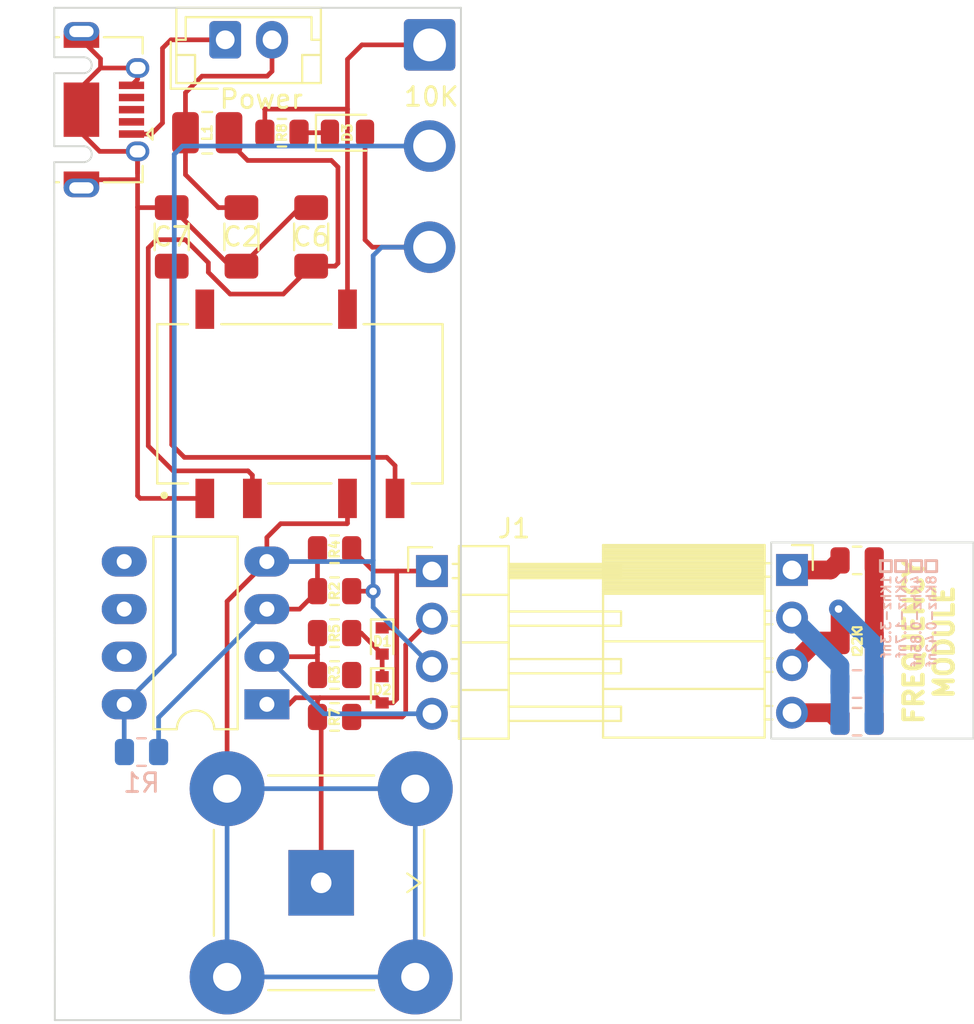
<source format=kicad_pcb>
(kicad_pcb (version 20211014) (generator pcbnew)
  (layers (0 "F.Cu" signal) (31 "B.Cu" signal) (34 "B.Paste" user) (35 "F.Paste" user) (36 "B.SilkS" user "B.Silkscreen") (37 "F.SilkS" user "F.Silkscreen") (38 "B.Mask" user) (39 "F.Mask" user) (44 "Edge.Cuts" user))
  (net 0 "")
  (net 1 "Net-(C3-Pad1)")
  (net 2 "Net-(C3-Pad2)")
  (net 3 "GND")
  (net 4 "Net-(C1-Pad2)")
  (net 5 "Net-(C5-Pad2)")
  (net 6 "Net-(D1-Pad2)")
  (net 7 "Net-(R1-Pad2)")
  (net 8 "Net-(SW1-Pad2)")
  (net 9 "/Gnd_board")
  (net 10 "Net-(C2-Pad2)")
  (net 11 "Net-(C6-Pad2)")
  (net 12 "Net-(R1-Pad1)")
  (net 13 "Net-(RV1-Pad1)")
  (net 14 "Net-(D3-Pad1)")
  (net 15 "Net-(C7-Pad2)")
  (net 16 "Net-(D1-Pad1)")
  (net 17 "Net-(J1-Pad2)")
  (net 18 "Net-(J1-Pad4)")
  (net 21 "Net-(SW1-Pad1)")
  (footprint "Connector_Coaxial:BNC_TEConnectivity_1478035_Horizontal" (layer "F.Cu") (at 97.235 111.839894 -90)
    (fp_text reference "J3" hide)
    (fp_text value "Conn_Coaxial")
    (fp_line (start 2.825 -5.5) (end -2.825 -5.5) (layer "F.SilkS") (width 0.12))
    (fp_line (start 5.73 2.825) (end 5.73 -2.825) (layer "F.SilkS") (width 0.12))
    (fp_line (start -5.73 -2.825) (end -5.73 2.825) (layer "F.SilkS") (width 0.12))
    (fp_line (start 0 -5.3) (end 0.5 -4.6) (layer "F.SilkS") (width 0.12))
    (fp_line (start 0 -5.3) (end -0.5 -4.6) (layer "F.SilkS") (width 0.12))
    (fp_line (start -2.825 5.73) (end 2.825 5.73) (layer "F.SilkS") (width 0.12))
    (pad "1" thru_hole rect (at 0 0 270) (size 3.5 3.5) (drill 1.1) (layers *.Cu *.Mask) (net 16 "Net-(D1-Pad1)"))
    (pad "2" thru_hole circle (at 5.025 -5.025 270) (size 4 4) (drill 1.5) (layers *.Cu *.Mask) (net 3 "GND"))
    (pad "2" thru_hole circle (at 5.025 5.025 270) (size 4 4) (drill 1.5) (layers *.Cu *.Mask) (net 3 "GND"))
    (pad "2" thru_hole circle (at -5.025 -5.025 270) (size 4 4) (drill 1.5) (layers *.Cu *.Mask) (net 3 "GND"))
    (pad "2" thru_hole circle (at -5.025 5.025 270) (size 4 4) (drill 1.5) (layers *.Cu *.Mask) (net 3 "GND"))
  )
  (footprint "Capacitor_SMD:C_1206_3216Metric_Pad1.33x1.80mm_HandSolder" (layer "F.Cu") (at 92.97651 77.36 -90)
    (fp_text reference "C2" (at -0.01 0.00651 180) (layer "F.SilkS"))
    (fp_text value "4u7")
    (fp_line (start -0.711252 -0.91) (end 0.711252 -0.91) (layer "F.SilkS") (width 0.12))
    (fp_line (start -0.711252 0.91) (end 0.711252 0.91) (layer "F.SilkS") (width 0.12))
    (pad "1" smd roundrect locked (at -1.5625 0 270) (size 1.325 1.8) (layers "F.Cu" "F.Paste" "F.Mask") (roundrect_rratio 0.188679) (net 8 "Net-(SW1-Pad2)"))
    (pad "2" smd roundrect locked (at 1.5625 0 270) (size 1.325 1.8) (layers "F.Cu" "F.Paste" "F.Mask") (roundrect_rratio 0.188679) (net 10 "Net-(C2-Pad2)"))
  )
  (footprint "Resistor_SMD:R_0805_2012Metric" (layer "F.Cu") (at 125.86 94.63 180)
    (fp_text reference "C5" hide)
    (fp_text value "0.01uf")
    (fp_line (start -0.227064 -0.735) (end 0.227064 -0.735) (layer "F.SilkS") (width 0.12))
    (fp_line (start -0.227064 0.735) (end 0.227064 0.735) (layer "F.SilkS") (width 0.12))
    (pad "1" smd roundrect locked (at -0.9125 0 180) (size 1.025 1.4) (layers "F.Cu" "F.Paste" "F.Mask") (roundrect_rratio 0.243902) (net 2 "Net-(C3-Pad2)"))
    (pad "2" smd roundrect locked (at 0.9125 0 180) (size 1.025 1.4) (layers "F.Cu" "F.Paste" "F.Mask") (roundrect_rratio 0.243902) (net 5 "Net-(C5-Pad2)"))
  )
  (footprint "Connector_PinSocket_2.54mm:PinSocket_1x04_P2.54mm_Horizontal" (layer "F.Cu") (at 122.380322 95.14)
    (fp_text reference "J2" hide)
    (fp_text value "Freq_board")
    (fp_line (start -1.46 2.9) (end -1.05 2.9) (layer "F.SilkS") (width 0.12))
    (fp_line (start -1.46 7.98) (end -1.05 7.98) (layer "F.SilkS") (width 0.12))
    (fp_line (start -10.09 -0.383335) (end -1.46 -0.383335) (layer "F.SilkS") (width 0.12))
    (fp_line (start -10.09 -0.97381) (end -1.46 -0.97381) (layer "F.SilkS") (width 0.12))
    (fp_line (start -10.09 1.1519) (end -1.46 1.1519) (layer "F.SilkS") (width 0.12))
    (fp_line (start -10.09 8.95) (end -1.46 8.95) (layer "F.SilkS") (width 0.12))
    (fp_line (start -10.09 -0.02905) (end -1.46 -0.02905) (layer "F.SilkS") (width 0.12))
    (fp_line (start -1.46 0.36) (end -1.11 0.36) (layer "F.SilkS") (width 0.12))
    (fp_line (start -10.09 1.27) (end -1.46 1.27) (layer "F.SilkS") (width 0.12))
    (fp_line (start -10.09 -0.855715) (end -1.46 -0.855715) (layer "F.SilkS") (width 0.12))
    (fp_line (start 1.11 -1.33) (end 1.11 0) (layer "F.SilkS") (width 0.12))
    (fp_line (start -10.09 6.35) (end -1.46 6.35) (layer "F.SilkS") (width 0.12))
    (fp_line (start -1.46 -0.36) (end -1.11 -0.36) (layer "F.SilkS") (width 0.12))
    (fp_line (start -10.09 -0.147145) (end -1.46 -0.147145) (layer "F.SilkS") (width 0.12))
    (fp_line (start -1.46 5.44) (end -1.05 5.44) (layer "F.SilkS") (width 0.12))
    (fp_line (start -10.09 1.033805) (end -1.46 1.033805) (layer "F.SilkS") (width 0.12))
    (fp_line (start -10.09 -1.091905) (end -1.46 -1.091905) (layer "F.SilkS") (width 0.12))
    (fp_line (start -10.09 0.67952) (end -1.46 0.67952) (layer "F.SilkS") (width 0.12))
    (fp_line (start -10.09 -1.21) (end -1.46 -1.21) (layer "F.SilkS") (width 0.12))
    (fp_line (start -10.09 0.561425) (end -1.46 0.561425) (layer "F.SilkS") (width 0.12))
    (fp_line (start -10.09 -1.33) (end -10.09 8.95) (layer "F.SilkS") (width 0.12))
    (fp_line (start -10.09 -0.50143) (end -1.46 -0.50143) (layer "F.SilkS") (width 0.12))
    (fp_line (start -10.09 0.089045) (end -1.46 0.089045) (layer "F.SilkS") (width 0.12))
    (fp_line (start -10.09 -0.26524) (end -1.46 -0.26524) (layer "F.SilkS") (width 0.12))
    (fp_line (start -1.46 4.72) (end -1.05 4.72) (layer "F.SilkS") (width 0.12))
    (fp_line (start -10.09 -0.73762) (end -1.46 -0.73762) (layer "F.SilkS") (width 0.12))
    (fp_line (start -1.46 7.26) (end -1.05 7.26) (layer "F.SilkS") (width 0.12))
    (fp_line (start -10.09 0.797615) (end -1.46 0.797615) (layer "F.SilkS") (width 0.12))
    (fp_line (start -1.46 -1.33) (end -1.46 8.95) (layer "F.SilkS") (width 0.12))
    (fp_line (start -10.09 -0.619525) (end -1.46 -0.619525) (layer "F.SilkS") (width 0.12))
    (fp_line (start -10.09 0.91571) (end -1.46 0.91571) (layer "F.SilkS") (width 0.12))
    (fp_line (start -10.09 0.20714) (end -1.46 0.20714) (layer "F.SilkS") (width 0.12))
    (fp_line (start -1.46 2.18) (end -1.05 2.18) (layer "F.SilkS") (width 0.12))
    (fp_line (start 0 -1.33) (end 1.11 -1.33) (layer "F.SilkS") (width 0.12))
    (fp_line (start -10.09 -1.33) (end -1.46 -1.33) (layer "F.SilkS") (width 0.12))
    (fp_line (start -10.09 3.81) (end -1.46 3.81) (layer "F.SilkS") (width 0.12))
    (fp_line (start -10.09 0.44333) (end -1.46 0.44333) (layer "F.SilkS") (width 0.12))
    (fp_line (start -10.09 0.325235) (end -1.46 0.325235) (layer "F.SilkS") (width 0.12))
    (pad "1" thru_hole rect locked (at 0 0) (size 1.7 1.7) (drill 1) (layers *.Cu *.Mask) (net 5 "Net-(C5-Pad2)"))
    (pad "2" thru_hole oval locked (at 0 2.54) (size 1.7 1.7) (drill 1) (layers *.Cu *.Mask) (net 4 "Net-(C1-Pad2)"))
    (pad "3" thru_hole oval locked (at 0 5.08) (size 1.7 1.7) (drill 1) (layers *.Cu *.Mask) (net 9 "/Gnd_board"))
    (pad "4" thru_hole oval locked (at 0 7.62) (size 1.7 1.7) (drill 1) (layers *.Cu *.Mask) (net 1 "Net-(C3-Pad1)"))
  )
  (footprint "Resistor_SMD:R_0805_2012Metric" (layer "F.Cu") (at 125.86 103.24)
    (fp_text reference "C3" hide)
    (fp_text value "0.01uf")
    (fp_line (start -0.227064 0.735) (end 0.227064 0.735) (layer "F.SilkS") (width 0.12))
    (fp_line (start -0.227064 -0.735) (end 0.227064 -0.735) (layer "F.SilkS") (width 0.12))
    (pad "1" smd roundrect locked (at -0.9125 0) (size 1.025 1.4) (layers "F.Cu" "F.Paste" "F.Mask") (roundrect_rratio 0.243902) (net 1 "Net-(C3-Pad1)"))
    (pad "2" smd roundrect locked (at 0.9125 0) (size 1.025 1.4) (layers "F.Cu" "F.Paste" "F.Mask") (roundrect_rratio 0.243902) (net 2 "Net-(C3-Pad2)"))
  )
  (footprint "Connector_JST:JST_EH_B2B-EH-A_1x02_P2.50mm_Vertical" (layer "F.Cu") (at 92.11 66.84)
    (fp_text reference "Power" (at 1.927536 3.16) (layer "F.SilkS"))
    (fp_text value "SW_DIP_x01")
    (fp_line (start -1.61 0.81) (end -1.61 2.31) (layer "F.SilkS") (width 0.12))
    (fp_line (start 4.61 -1.21) (end 4.61 0) (layer "F.SilkS") (width 0.12))
    (fp_line (start -2.91 2.61) (end -0.41 2.61) (layer "F.SilkS") (width 0.12))
    (fp_line (start 4.11 0.81) (end 4.11 2.31) (layer "F.SilkS") (width 0.12))
    (fp_line (start -2.61 2.31) (end 5.11 2.31) (layer "F.SilkS") (width 0.12))
    (fp_line (start -2.11 -1.21) (end 4.61 -1.21) (layer "F.SilkS") (width 0.12))
    (fp_line (start -2.61 -1.71) (end -2.61 2.31) (layer "F.SilkS") (width 0.12))
    (fp_line (start 5.11 -1.71) (end -2.61 -1.71) (layer "F.SilkS") (width 0.12))
    (fp_line (start -2.61 0.81) (end -1.61 0.81) (layer "F.SilkS") (width 0.12))
    (fp_line (start 5.11 0.81) (end 4.11 0.81) (layer "F.SilkS") (width 0.12))
    (fp_line (start -2.11 0) (end -2.11 -1.21) (layer "F.SilkS") (width 0.12))
    (fp_line (start -2.91 0.11) (end -2.91 2.61) (layer "F.SilkS") (width 0.12))
    (fp_line (start -2.61 0) (end -2.11 0) (layer "F.SilkS") (width 0.12))
    (fp_line (start 5.11 2.31) (end 5.11 -1.71) (layer "F.SilkS") (width 0.12))
    (fp_line (start 4.61 0) (end 5.11 0) (layer "F.SilkS") (width 0.12))
    (pad "1" thru_hole roundrect locked (at 0 0) (size 1.7 2) (drill 1) (layers *.Cu *.Mask) (roundrect_rratio 0.147059) (net 21 "Net-(SW1-Pad1)"))
    (pad "2" thru_hole oval locked (at 2.5 0) (size 1.7 2) (drill 1) (layers *.Cu *.Mask) (net 8 "Net-(SW1-Pad2)"))
  )
  (footprint "Capacitor_SMD:C_1206_3216Metric_Pad1.33x1.80mm_HandSolder" (layer "F.Cu") (at 96.7 77.36 -90)
    (fp_text reference "C6" (at -0.01 0 180) (layer "F.SilkS"))
    (fp_text value "4u7")
    (fp_line (start -0.711252 0.91) (end 0.711252 0.91) (layer "F.SilkS") (width 0.12))
    (fp_line (start -0.711252 -0.91) (end 0.711252 -0.91) (layer "F.SilkS") (width 0.12))
    (pad "1" smd roundrect locked (at -1.5625 0 270) (size 1.325 1.8) (layers "F.Cu" "F.Paste" "F.Mask") (roundrect_rratio 0.188679) (net 10 "Net-(C2-Pad2)"))
    (pad "2" smd roundrect locked (at 1.5625 0 270) (size 1.325 1.8) (layers "F.Cu" "F.Paste" "F.Mask") (roundrect_rratio 0.188679) (net 11 "Net-(C6-Pad2)"))
  )
  (footprint "Custom Library:CONV_PESE1-S5-D12-M" (layer "F.Cu") (at 96.1 86.27 90)
    (fp_text reference "U2" hide)
    (fp_text value "PESE1-S5-D12-M")
    (fp_line (start -4.25 7.62) (end -4.25 5.98) (layer "F.SilkS") (width 0.127))
    (fp_line (start -4.25 -7.62) (end 4.25 -7.62) (layer "F.SilkS") (width 0.127))
    (fp_line (start -4.25 -1.68) (end -4.25 1.68) (layer "F.SilkS") (width 0.127))
    (fp_line (start 4.25 7.62) (end 4.25 3.4) (layer "F.SilkS") (width 0.127))
    (fp_line (start 4.25 7.62) (end -4.25 7.62) (layer "F.SilkS") (width 0.127))
    (fp_line (start -4.25 -7.62) (end -4.25 -5.98) (layer "F.SilkS") (width 0.127))
    (fp_line (start 4.25 -4.2) (end 4.25 1.68) (layer "F.SilkS") (width 0.127))
    (fp_line (start 4.25 -7.62) (end 4.25 -5.98) (layer "F.SilkS") (width 0.127))
    (fp_circle (center -4.89 -7.25) (end -4.79 -7.25) (layer "F.SilkS") (width 0.2) (fill none))
    (pad "1" smd rect (at -5.05 -5.08 90) (size 2.1 1) (layers "F.Cu" "F.Paste" "F.Mask") (net 10 "Net-(C2-Pad2)"))
    (pad "2" smd rect (at -5.05 -2.54 90) (size 2.1 1) (layers "F.Cu" "F.Paste" "F.Mask") (net 11 "Net-(C6-Pad2)"))
    (pad "4" smd rect (at -5.05 2.54 90) (size 2.1 1) (layers "F.Cu" "F.Paste" "F.Mask") (net 3 "GND"))
    (pad "5" smd rect (at -5.05 5.08 90) (size 2.1 1) (layers "F.Cu" "F.Paste" "F.Mask") (net 15 "Net-(C7-Pad2)"))
    (pad "7" smd rect (at 5.05 2.54 90) (size 2.1 1) (layers "F.Cu" "F.Paste" "F.Mask") (net 13 "Net-(RV1-Pad1)"))
    (pad "10" smd rect (at 5.05 -5.08 90) (size 2.1 1) (layers "F.Cu" "F.Paste" "F.Mask"))
  )
  (footprint "Resistor_SMD:R_0805_2012Metric" (layer "F.Cu") (at 97.95 98.51)
    (fp_text reference "R5" (at 0 0.005 90) (layer "F.SilkS") (effects (font (size 0.5 0.5) (thickness 0.125))))
    (fp_text value "470K")
    (fp_line (start -0.227064 -0.735) (end 0.227064 -0.735) (layer "F.SilkS") (width 0.12))
    (fp_line (start -0.227064 0.735) (end 0.227064 0.735) (layer "F.SilkS") (width 0.12))
    (pad "1" smd roundrect locked (at -0.9125 0) (size 1.025 1.4) (layers "F.Cu" "F.Paste" "F.Mask") (roundrect_rratio 0.243902) (net 18 "Net-(J1-Pad4)"))
    (pad "2" smd roundrect locked (at 0.9125 0) (size 1.025 1.4) (layers "F.Cu" "F.Paste" "F.Mask") (roundrect_rratio 0.243902) (net 6 "Net-(D1-Pad2)"))
  )
  (footprint "Resistor_SMD:R_0805_2012Metric" (layer "F.Cu") (at 95.14 71.8 180)
    (fp_text reference "R8" (at 0.01 0 90) (layer "F.SilkS") (effects (font (size 0.5 0.5) (thickness 0.125))))
    (fp_text value "10K")
    (fp_line (start -0.227064 0.735) (end 0.227064 0.735) (layer "F.SilkS") (width 0.12))
    (fp_line (start -0.227064 -0.735) (end 0.227064 -0.735) (layer "F.SilkS") (width 0.12))
    (pad "1" smd roundrect locked (at -0.9125 0 180) (size 1.025 1.4) (layers "F.Cu" "F.Paste" "F.Mask") (roundrect_rratio 0.243902) (net 14 "Net-(D3-Pad1)"))
    (pad "2" smd roundrect locked (at 0.9125 0 180) (size 1.025 1.4) (layers "F.Cu" "F.Paste" "F.Mask") (roundrect_rratio 0.243902) (net 13 "Net-(RV1-Pad1)"))
  )
  (footprint "Connector_PinHeader_2.54mm:PinHeader_1x04_P2.54mm_Horizontal" (layer "F.Cu") (at 103.15104 95.196574)
    (fp_text reference "J1" (at 4.385 -2.27) (layer "F.SilkS"))
    (fp_text value "Board In")
    (fp_line (start 4.1 0.04) (end 10.1 0.04) (layer "F.SilkS") (width 0.12))
    (fp_line (start -1.27 -1.27) (end 0 -1.27) (layer "F.SilkS") (width 0.12))
    (fp_line (start 4.1 2.16) (end 10.1 2.16) (layer "F.SilkS") (width 0.12))
    (fp_line (start 1.042929 5.46) (end 1.44 5.46) (layer "F.SilkS") (width 0.12))
    (fp_line (start 10.1 2.92) (end 4.1 2.92) (layer "F.SilkS") (width 0.12))
    (fp_line (start 4.1 8.95) (end 4.1 -1.33) (layer "F.SilkS") (width 0.12))
    (fp_line (start 1.44 8.95) (end 4.1 8.95) (layer "F.SilkS") (width 0.12))
    (fp_line (start 10.1 7.24) (end 10.1 8) (layer "F.SilkS") (width 0.12))
    (fp_line (start 10.1 2.16) (end 10.1 2.92) (layer "F.SilkS") (width 0.12))
    (fp_line (start 1.042929 8) (end 1.44 8) (layer "F.SilkS") (width 0.12))
    (fp_line (start 10.1 4.7) (end 10.1 5.46) (layer "F.SilkS") (width 0.12))
    (fp_line (start 1.11 0.38) (end 1.44 0.38) (layer "F.SilkS") (width 0.12))
    (fp_line (start 1.44 3.81) (end 4.1 3.81) (layer "F.SilkS") (width 0.12))
    (fp_line (start 4.1 -0.32) (end 10.1 -0.32) (layer "F.SilkS") (width 0.12))
    (fp_line (start 4.1 -0.08) (end 10.1 -0.08) (layer "F.SilkS") (width 0.12))
    (fp_line (start -1.27 0) (end -1.27 -1.27) (layer "F.SilkS") (width 0.12))
    (fp_line (start 1.042929 7.24) (end 1.44 7.24) (layer "F.SilkS") (width 0.12))
    (fp_line (start 4.1 4.7) (end 10.1 4.7) (layer "F.SilkS") (width 0.12))
    (fp_line (start 1.44 1.27) (end 4.1 1.27) (layer "F.SilkS") (width 0.12))
    (fp_line (start 4.1 -0.38) (end 10.1 -0.38) (layer "F.SilkS") (width 0.12))
    (fp_line (start 4.1 -0.2) (end 10.1 -0.2) (layer "F.SilkS") (width 0.12))
    (fp_line (start 4.1 0.28) (end 10.1 0.28) (layer "F.SilkS") (width 0.12))
    (fp_line (start 10.1 5.46) (end 4.1 5.46) (layer "F.SilkS") (width 0.12))
    (fp_line (start 1.44 -1.33) (end 1.44 8.95) (layer "F.SilkS") (width 0.12))
    (fp_line (start 4.1 0.16) (end 10.1 0.16) (layer "F.SilkS") (width 0.12))
    (fp_line (start 10.1 8) (end 4.1 8) (layer "F.SilkS") (width 0.12))
    (fp_line (start 10.1 -0.38) (end 10.1 0.38) (layer "F.SilkS") (width 0.12))
    (fp_line (start 4.1 -1.33) (end 1.44 -1.33) (layer "F.SilkS") (width 0.12))
    (fp_line (start 1.042929 4.7) (end 1.44 4.7) (layer "F.SilkS") (width 0.12))
    (fp_line (start 1.042929 2.16) (end 1.44 2.16) (layer "F.SilkS") (width 0.12))
    (fp_line (start 1.11 -0.38) (end 1.44 -0.38) (layer "F.SilkS") (width 0.12))
    (fp_line (start 1.042929 2.92) (end 1.44 2.92) (layer "F.SilkS") (width 0.12))
    (fp_line (start 1.44 6.35) (end 4.1 6.35) (layer "F.SilkS") (width 0.12))
    (fp_line (start 4.1 7.24) (end 10.1 7.24) (layer "F.SilkS") (width 0.12))
    (fp_line (start 10.1 0.38) (end 4.1 0.38) (layer "F.SilkS") (width 0.12))
    (pad "1" thru_hole rect locked (at 0 0) (size 1.7 1.7) (drill 1) (layers *.Cu *.Mask) (net 16 "Net-(D1-Pad1)"))
    (pad "2" thru_hole oval locked (at 0 2.54) (size 1.7 1.7) (drill 1) (layers *.Cu *.Mask) (net 17 "Net-(J1-Pad2)"))
    (pad "3" thru_hole oval locked (at 0 5.08) (size 1.7 1.7) (drill 1) (layers *.Cu *.Mask) (net 3 "GND"))
    (pad "4" thru_hole oval locked (at 0 7.62) (size 1.7 1.7) (drill 1) (layers *.Cu *.Mask) (net 18 "Net-(J1-Pad4)"))
  )
  (footprint "Resistor_SMD:R_0805_2012Metric" (layer "F.Cu") (at 97.95 96.2725)
    (fp_text reference "R2" (at -0.000509 -0.0075 90) (layer "F.SilkS") (effects (font (size 0.5 0.5) (thickness 0.125))))
    (fp_text value "10K")
    (fp_line (start -0.227064 0.735) (end 0.227064 0.735) (layer "F.SilkS") (width 0.12))
    (fp_line (start -0.227064 -0.735) (end 0.227064 -0.735) (layer "F.SilkS") (width 0.12))
    (pad "1" smd roundrect locked (at -0.9125 0) (size 1.025 1.4) (layers "F.Cu" "F.Paste" "F.Mask") (roundrect_rratio 0.243902) (net 7 "Net-(R1-Pad2)"))
    (pad "2" smd roundrect locked (at 0.9125 0) (size 1.025 1.4) (layers "F.Cu" "F.Paste" "F.Mask") (roundrect_rratio 0.243902) (net 3 "GND"))
  )
  (footprint "Resistor_SMD:R_0805_2012Metric" (layer "F.Cu") (at 125.86 98.935 180)
    (fp_text reference "22K" (at -0.02 0.015 90) (layer "F.SilkS") (effects (font (size 0.5 0.5) (thickness 0.125))))
    (fp_text value "22k")
    (fp_line (start -0.227064 -0.735) (end 0.227064 -0.735) (layer "F.SilkS") (width 0.12))
    (fp_line (start -0.227064 0.735) (end 0.227064 0.735) (layer "F.SilkS") (width 0.12))
    (pad "1" smd roundrect locked (at -0.9125 0 180) (size 1.025 1.4) (layers "F.Cu" "F.Paste" "F.Mask") (roundrect_rratio 0.243902) (net 2 "Net-(C3-Pad2)"))
    (pad "2" smd roundrect locked (at 0.9125 0 180) (size 1.025 1.4) (layers "F.Cu" "F.Paste" "F.Mask") (roundrect_rratio 0.243902) (net 9 "/Gnd_board"))
  )
  (footprint "Resistor_SMD:R_0805_2012Metric" (layer "F.Cu") (at 97.95 94.035)
    (fp_text reference "R4" (at 0 0 90) (layer "F.SilkS") (effects (font (size 0.5 0.5) (thickness 0.125))))
    (fp_text value "300K")
    (fp_line (start -0.227064 0.735) (end 0.227064 0.735) (layer "F.SilkS") (width 0.12))
    (fp_line (start -0.227064 -0.735) (end 0.227064 -0.735) (layer "F.SilkS") (width 0.12))
    (pad "1" smd roundrect locked (at -0.9125 0) (size 1.025 1.4) (layers "F.Cu" "F.Paste" "F.Mask") (roundrect_rratio 0.243902) (net 7 "Net-(R1-Pad2)"))
    (pad "2" smd roundrect locked (at 0.9125 0) (size 1.025 1.4) (layers "F.Cu" "F.Paste" "F.Mask") (roundrect_rratio 0.243902) (net 16 "Net-(D1-Pad1)"))
  )
  (footprint "Package_DIP:DIP-8_W7.62mm_LongPads" (layer "F.Cu") (at 94.335 102.31 180)
    (fp_text reference "U1" hide)
    (fp_text value "LM358")
    (fp_line (start 1.56 8.95) (end 6.06 8.95) (layer "F.SilkS") (width 0.12))
    (fp_line (start 6.06 8.95) (end 6.06 -1.33) (layer "F.SilkS") (width 0.12))
    (fp_line (start 2.81 -1.33) (end 1.56 -1.33) (layer "F.SilkS") (width 0.12))
    (fp_line (start 1.56 -1.33) (end 1.56 8.95) (layer "F.SilkS") (width 0.12))
    (fp_line (start 6.06 -1.33) (end 4.81 -1.33) (layer "F.SilkS") (width 0.12))
    (fp_arc (start 4.81 -1.33) (mid 3.81 -0.33) (end 2.81 -1.33) (layer "F.SilkS") (width 0.12))
    (pad "1" thru_hole rect locked (at 0 0 180) (size 2.4 1.6) (drill 0.8) (layers *.Cu *.Mask) (net 16 "Net-(D1-Pad1)"))
    (pad "2" thru_hole oval locked (at 0 2.54 180) (size 2.4 1.6) (drill 0.8) (layers *.Cu *.Mask) (net 18 "Net-(J1-Pad4)"))
    (pad "3" thru_hole oval locked (at 0 5.08 180) (size 2.4 1.6) (drill 0.8) (layers *.Cu *.Mask) (net 7 "Net-(R1-Pad2)"))
    (pad "4" thru_hole oval locked (at 0 7.62 180) (size 2.4 1.6) (drill 0.8) (layers *.Cu *.Mask) (net 3 "GND"))
    (pad "5" thru_hole oval locked (at 7.62 7.62 180) (size 2.4 1.6) (drill 0.8) (layers *.Cu *.Mask))
    (pad "6" thru_hole oval locked (at 7.62 5.08 180) (size 2.4 1.6) (drill 0.8) (layers *.Cu *.Mask))
    (pad "7" thru_hole oval locked (at 7.62 2.54 180) (size 2.4 1.6) (drill 0.8) (layers *.Cu *.Mask))
    (pad "8" thru_hole oval locked (at 7.62 0 180) (size 2.4 1.6) (drill 0.8) (layers *.Cu *.Mask) (net 12 "Net-(R1-Pad1)"))
  )
  (footprint "Connector_Wire:SolderWire-1sqmm_1x03_P5.4mm_D1.4mm_OD2.7mm" (layer "F.Cu") (at 103.025746 67.11 -90)
    (fp_text reference "10K" (at 2.77 -0.094254 180) (layer "F.SilkS"))
    (fp_text value "10K")
    (pad "1" thru_hole roundrect locked (at 0 0 270) (size 2.75 2.75) (drill 1.75) (layers *.Cu *.Mask) (roundrect_rratio 0.090909) (net 13 "Net-(RV1-Pad1)"))
    (pad "2" thru_hole circle locked (at 5.4 0 270) (size 2.75 2.75) (drill 1.75) (layers *.Cu *.Mask) (net 12 "Net-(R1-Pad1)"))
    (pad "3" thru_hole circle locked (at 10.8 0 270) (size 2.75 2.75) (drill 1.75) (layers *.Cu *.Mask) (net 3 "GND"))
  )
  (footprint "Inductor_SMD:L_1008_2520Metric_Pad1.43x2.20mm_HandSolder" (layer "F.Cu") (at 91.15 71.8)
    (fp_text reference "L1" (at 0 0 90) (layer "F.SilkS") (effects (font (size 0.5 0.5) (thickness 0.125))))
    (fp_text value "6.8uh")
    (fp_line (start -0.261252 1.11) (end 0.261252 1.11) (layer "F.SilkS") (width 0.12))
    (fp_line (start -0.261252 -1.11) (end 0.261252 -1.11) (layer "F.SilkS") (width 0.12))
    (pad "1" smd roundrect locked (at -1.1625 0) (size 1.425 2.2) (layers "F.Cu" "F.Paste" "F.Mask") (roundrect_rratio 0.175439) (net 8 "Net-(SW1-Pad2)"))
    (pad "2" smd roundrect locked (at 1.1625 0) (size 1.425 2.2) (layers "F.Cu" "F.Paste" "F.Mask") (roundrect_rratio 0.175439) (net 11 "Net-(C6-Pad2)"))
  )
  (footprint "LED_SMD:LED_0805_2012Metric" (layer "F.Cu") (at 98.64 71.8)
    (fp_text reference "D3" (at -0.01 0 90) (layer "F.SilkS") (effects (font (size 0.5 0.5) (thickness 0.125))))
    (fp_text value "LED")
    (fp_line (start -1.685 0.96) (end 1 0.96) (layer "F.SilkS") (width 0.12))
    (fp_line (start 1 -0.96) (end -1.685 -0.96) (layer "F.SilkS") (width 0.12))
    (fp_line (start -1.685 -0.96) (end -1.685 0.96) (layer "F.SilkS") (width 0.12))
    (pad "1" smd roundrect locked (at -0.9375 0) (size 0.975 1.4) (layers "F.Cu" "F.Paste" "F.Mask") (net 14 "Net-(D3-Pad1)"))
    (pad "2" smd roundrect locked (at 0.9375 0) (size 0.975 1.4) (layers "F.Cu" "F.Paste" "F.Mask") (net 3 "GND"))
  )
  (footprint "Resistor_SMD:R_0805_2012Metric" (layer "F.Cu") (at 97.95 102.985 180)
    (fp_text reference "R7" (at 0 0 90) (layer "F.SilkS") (effects (font (size 0.5 0.5) (thickness 0.125))))
    (fp_text value "47k")
    (fp_line (start -0.227064 -0.735) (end 0.227064 -0.735) (layer "F.SilkS") (width 0.12))
    (fp_line (start -0.227064 0.735) (end 0.227064 0.735) (layer "F.SilkS") (width 0.12))
    (pad "1" smd roundrect locked (at -0.9125 0 180) (size 1.025 1.4) (layers "F.Cu" "F.Paste" "F.Mask") (roundrect_rratio 0.243902) (net 17 "Net-(J1-Pad2)"))
    (pad "2" smd roundrect locked (at 0.9125 0 180) (size 1.025 1.4) (layers "F.Cu" "F.Paste" "F.Mask") (roundrect_rratio 0.243902) (net 16 "Net-(D1-Pad1)"))
  )
  (footprint "Diode_SMD:D_SOD-523" (layer "F.Cu") (at 100.4925 101.535947 -90)
    (fp_text reference "D2" (at -0.000947 0 180) (layer "F.SilkS") (effects (font (size 0.5 0.5) (thickness 0.125))))
    (fp_text value "1N4148")
    (fp_line (start 0.7 0.6) (end -1.15 0.6) (layer "F.SilkS") (width 0.12))
    (fp_line (start -1.15 -0.6) (end -1.15 0.6) (layer "F.SilkS") (width 0.12))
    (fp_line (start 0.7 -0.6) (end -1.15 -0.6) (layer "F.SilkS") (width 0.12))
    (pad "1" smd rect locked (at -0.7 0 90) (size 0.6 0.7) (layers "F.Cu" "F.Paste" "F.Mask") (net 6 "Net-(D1-Pad2)"))
    (pad "2" smd rect locked (at 0.7 0 90) (size 0.6 0.7) (layers "F.Cu" "F.Paste" "F.Mask") (net 16 "Net-(D1-Pad1)"))
  )
  (footprint "Connector_USB:USB_Micro-AB_Molex_47590-0001" (layer "F.Cu") (at 84.43 70.57 -90)
    (fp_text reference "J4" hide)
    (fp_text value "USB_B_Mini")
    (fp_line (start -3.87 -3.27) (end -3.87 -1.2) (layer "F.SilkS") (width 0.12))
    (fp_line (start 3.87 1.2) (end 3.87 1.45) (layer "F.SilkS") (width 0.12))
    (fp_line (start -3.87 -3.27) (end -3 -3.27) (layer "F.SilkS") (width 0.12))
    (fp_line (start 1.3 -3.5) (end 1.6 -3.8) (layer "F.SilkS") (width 0.12))
    (fp_line (start 3.87 -3.27) (end 3.87 -1.2) (layer "F.SilkS") (width 0.12))
    (fp_line (start 1.3 -3.5) (end 1 -3.8) (layer "F.SilkS") (width 0.12))
    (fp_line (start -3.87 1.2) (end -3.87 1.45) (layer "F.SilkS") (width 0.12))
    (fp_line (start 1 -3.8) (end 1.6 -3.8) (layer "F.SilkS") (width 0.12))
    (fp_line (start 3 -3.27) (end 3.87 -3.27) (layer "F.SilkS") (width 0.12))
    (fp_line (start -3.75 1.45) (end -2.8 1.45) (layer "Edge.Cuts") (width 0.1))
    (fp_line (start -2.8 -0.125) (end -2.8 1.45) (layer "Edge.Cuts") (width 0.1))
    (fp_line (start 2.8 -0.125) (end 2.8 1.45) (layer "Edge.Cuts") (width 0.1))
    (fp_line (start -1.95 -0.125) (end -1.95 1.45) (layer "Edge.Cuts") (width 0.1))
    (fp_line (start 2.8 1.45) (end 3.75 1.45) (layer "Edge.Cuts") (width 0.1))
    (fp_line (start 1.95 -0.125) (end 1.95 1.45) (layer "Edge.Cuts") (width 0.1))
    (fp_line (start -1.95 1.45) (end 1.95 1.45) (layer "Edge.Cuts") (width 0.1))
    (fp_arc (start 1.95 -0.125) (mid 2.375 -0.55) (end 2.8 -0.125) (layer "Edge.Cuts") (width 0.1))
    (fp_arc (start -2.8 -0.125) (mid -2.375 -0.55) (end -1.95 -0.125) (layer "Edge.Cuts") (width 0.1))
    (pad "1" smd rect locked (at 1.3 -2.675 270) (size 0.4 1.35) (layers "F.Cu" "F.Paste" "F.Mask") (net 21 "Net-(SW1-Pad1)"))
    (pad "2" smd rect locked (at 0.65 -2.675 270) (size 0.4 1.35) (layers "F.Cu" "F.Paste" "F.Mask"))
    (pad "3" smd rect locked (at 0 -2.675 270) (size 0.4 1.35) (layers "F.Cu" "F.Paste" "F.Mask"))
    (pad "4" smd rect locked (at -0.65 -2.675 270) (size 0.4 1.35) (layers "F.Cu" "F.Paste" "F.Mask"))
    (pad "5" smd rect locked (at -1.3 -2.675 270) (size 0.4 1.35) (layers "F.Cu" "F.Paste" "F.Mask") (net 10 "Net-(C2-Pad2)"))
    (pad "6" thru_hole oval locked (at 2.225 -3 270) (size 1.05 1.25) (drill oval 0.65 0.85) (layers *.Cu *.Mask) (net 10 "Net-(C2-Pad2)"))
    (pad "6" smd rect locked (at -3.7375 0 270) (size 0.875 1.9) (layers "F.Cu" "F.Mask") (net 10 "Net-(C2-Pad2)"))
    (pad "6" thru_hole oval locked (at -2.225 -3 270) (size 1.05 1.25) (drill oval 0.65 0.85) (layers *.Cu *.Mask) (net 10 "Net-(C2-Pad2)"))
    (pad "6" thru_hole oval locked (at -4.175 0 270) (size 1 1.9) (drill oval 0.6 1.3) (layers *.Cu *.Mask) (net 10 "Net-(C2-Pad2)"))
    (pad "6" thru_hole oval locked (at 4.175 0 270) (size 1 1.9) (drill oval 0.6 1.3) (layers *.Cu *.Mask) (net 10 "Net-(C2-Pad2)"))
    (pad "6" smd rect locked (at 3.7375 0 270) (size 0.875 1.9) (layers "F.Cu" "F.Mask") (net 10 "Net-(C2-Pad2)"))
    (pad "6" smd rect locked (at 0 0 270) (size 2.9 1.9) (layers "F.Cu" "F.Paste" "F.Mask") (net 10 "Net-(C2-Pad2)"))
  )
  (footprint "Resistor_SMD:R_0805_2012Metric" (layer "F.Cu") (at 97.95 100.7475)
    (fp_text reference "R3" (at 0 -0.0125 90) (layer "F.SilkS") (effects (font (size 0.5 0.5) (thickness 0.125))))
    (fp_text value "47K")
    (fp_line (start -0.227064 -0.735) (end 0.227064 -0.735) (layer "F.SilkS") (width 0.12))
    (fp_line (start -0.227064 0.735) (end 0.227064 0.735) (layer "F.SilkS") (width 0.12))
    (pad "1" smd roundrect locked (at -0.9125 0) (size 1.025 1.4) (layers "F.Cu" "F.Paste" "F.Mask") (roundrect_rratio 0.243902) (net 18 "Net-(J1-Pad4)"))
    (pad "2" smd roundrect locked (at 0.9125 0) (size 1.025 1.4) (layers "F.Cu" "F.Paste" "F.Mask") (roundrect_rratio 0.243902) (net 17 "Net-(J1-Pad2)"))
  )
  (footprint "Diode_SMD:D_SOD-523" (layer "F.Cu") (at 100.4925 98.930947 -90)
    (fp_text reference "D1" (at 0.024053 -0.01 180) (layer "F.SilkS") (effects (font (size 0.5 0.5) (thickness 0.125))))
    (fp_text value "1N4148")
    (fp_line (start 0.7 -0.6) (end -1.15 -0.6) (layer "F.SilkS") (width 0.12))
    (fp_line (start -1.15 -0.6) (end -1.15 0.6) (layer "F.SilkS") (width 0.12))
    (fp_line (start 0.7 0.6) (end -1.15 0.6) (layer "F.SilkS") (width 0.12))
    (pad "1" smd rect locked (at -0.7 0 90) (size 0.6 0.7) (layers "F.Cu" "F.Paste" "F.Mask") (net 16 "Net-(D1-Pad1)"))
    (pad "2" smd rect locked (at 0.7 0 90) (size 0.6 0.7) (layers "F.Cu" "F.Paste" "F.Mask") (net 6 "Net-(D1-Pad2)"))
  )
  (footprint "Capacitor_SMD:C_1206_3216Metric_Pad1.33x1.80mm_HandSolder" (layer "F.Cu") (at 89.253021 77.36 -90)
    (fp_text reference "C7" (at -0.01 0.013021 180) (layer "F.SilkS"))
    (fp_text value "1nf/4kv")
    (fp_line (start -0.711252 0.91) (end 0.711252 0.91) (layer "F.SilkS") (width 0.12))
    (fp_line (start -0.711252 -0.91) (end 0.711252 -0.91) (layer "F.SilkS") (width 0.12))
    (pad "1" smd roundrect locked (at -1.5625 0 270) (size 1.325 1.8) (layers "F.Cu" "F.Paste" "F.Mask") (roundrect_rratio 0.188679) (net 10 "Net-(C2-Pad2)"))
    (pad "2" smd roundrect locked (at 1.5625 0 270) (size 1.325 1.8) (layers "F.Cu" "F.Paste" "F.Mask") (roundrect_rratio 0.188679) (net 15 "Net-(C7-Pad2)"))
  )
  (footprint "Resistor_SMD:R_0805_2012Metric" (layer "B.Cu") (at 87.64 104.86)
    (fp_text reference "R1" (at 0 1.65) (layer "B.SilkS") (effects (justify mirror)))
    (fp_text value "10K")
    (fp_line (start -0.227064 -0.735) (end 0.227064 -0.735) (layer "B.SilkS") (width 0.12))
    (fp_line (start -0.227064 0.735) (end 0.227064 0.735) (layer "B.SilkS") (width 0.12))
    (pad "1" smd roundrect locked (at -0.9125 0) (size 1.025 1.4) (layers "B.Cu" "B.Paste" "B.Mask") (roundrect_rratio 0.243902) (net 12 "Net-(R1-Pad1)"))
    (pad "2" smd roundrect locked (at 0.9125 0) (size 1.025 1.4) (layers "B.Cu" "B.Paste" "B.Mask") (roundrect_rratio 0.243902) (net 7 "Net-(R1-Pad2)"))
  )
  (footprint "Resistor_SMD:R_0805_2012Metric" (layer "B.Cu") (at 125.854153 101.23 180)
    (fp_text reference "C4" hide)
    (fp_text value "0.01uf")
    (fp_line (start -0.227064 -0.735) (end 0.227064 -0.735) (layer "B.SilkS") (width 0.12))
    (fp_line (start -0.227064 0.735) (end 0.227064 0.735) (layer "B.SilkS") (width 0.12))
    (pad "1" smd roundrect locked (at -0.9125 0 180) (size 1.025 1.4) (layers "B.Cu" "B.Paste" "B.Mask") (roundrect_rratio 0.243902) (net 9 "/Gnd_board"))
    (pad "2" smd roundrect locked (at 0.9125 0 180) (size 1.025 1.4) (layers "B.Cu" "B.Paste" "B.Mask") (roundrect_rratio 0.243902) (net 4 "Net-(C1-Pad2)"))
  )
  (footprint "Resistor_SMD:R_0805_2012Metric" (layer "B.Cu") (at 125.854153 103.24 180)
    (fp_text reference "C1" hide)
    (fp_text value "0.01uf")
    (fp_line (start -0.227064 -0.735) (end 0.227064 -0.735) (layer "B.SilkS") (width 0.12))
    (fp_line (start -0.227064 0.735) (end 0.227064 0.735) (layer "B.SilkS") (width 0.12))
    (pad "1" smd roundrect locked (at -0.9125 0 180) (size 1.025 1.4) (layers "B.Cu" "B.Paste" "B.Mask") (roundrect_rratio 0.243902) (net 9 "/Gnd_board"))
    (pad "2" smd roundrect locked (at 0.9125 0 180) (size 1.025 1.4) (layers "B.Cu" "B.Paste" "B.Mask") (roundrect_rratio 0.243902) (net 4 "Net-(C1-Pad2)"))
  )
  (gr_rect (start 128.496666 95.23) (end 127.906666 94.64) (layer "B.SilkS") (width 0.15) (fill none))
  (gr_rect (start 127.69 95.23) (end 127.1 94.64) (layer "B.SilkS") (width 0.15) (fill none))
  (gr_rect (start 130.11 95.23) (end 129.52 94.64) (layer "B.SilkS") (width 0.15) (fill none))
  (gr_rect (start 129.303332 95.23) (end 128.713332 94.64) (layer "B.SilkS") (width 0.15) (fill none))
  (gr_rect (start 121.27 93.67) (end 132.07 104.14) (layer "Edge.Cuts") (width 0.1) (fill none))
  (gr_line (start 104.7 119.17) (end 83.01 119.17) (layer "Edge.Cuts") (width 0.1))
  (gr_line (start 83.01 119.17) (end 82.98 74.32) (layer "Edge.Cuts") (width 0.1))
  (gr_line (start 82.98 65.13) (end 104.7 65.13) (layer "Edge.Cuts") (width 0.1))
  (gr_line (start 104.7 65.13) (end 104.7 119.17) (layer "Edge.Cuts") (width 0.1))
  (gr_line (start 82.98 66.82) (end 82.98 65.13) (layer "Edge.Cuts") (width 0.1))
  (gr_text "1Khz-3.3nf\n2Khz-1.7nf\n4Khz-0.85nf\n8Khz-0.42nf" (at 128.62 95.37 90) (layer "B.SilkS") (effects (font (size 0.5 0.5) (thickness 0.1)) (justify left mirror)))
  (gr_text "FREQUENCY\nMODULE" (at 129.7 98.990001 90) (layer "F.SilkS") (effects (font (size 1 1) (thickness 0.25))))
  (segment (start 122.380322 102.76) (end 124.4675 102.76) (width 1) (layer "F.Cu") (net 1))
  (segment (start 124.4675 102.76) (end 124.9475 103.24) (width 1) (layer "F.Cu") (net 1))
  (segment (start 126.7725 94.63) (end 126.7725 103.24) (width 1) (layer "F.Cu") (net 2))
  (segment (start 92.21 106.814894) (end 92.21 96.815) (width 0.25) (layer "F.Cu") (net 3))
  (segment (start 94.335 93.405) (end 94.335 94.69) (width 0.25) (layer "F.Cu") (net 3))
  (segment (start 98.62 92.67) (end 95.07 92.67) (width 0.25) (layer "F.Cu") (net 3))
  (segment (start 100.0025 96.2725) (end 100.01 96.28) (width 0.25) (layer "F.Cu") (net 3))
  (segment (start 98.64 91.32) (end 98.64 92.65) (width 0.25) (layer "F.Cu") (net 3))
  (segment (start 98.64 92.65) (end 98.62 92.67) (width 0.25) (layer "F.Cu") (net 3))
  (segment (start 99.5775 77.5175) (end 99.5775 71.8) (width 0.25) (layer "F.Cu") (net 3))
  (segment (start 95.07 92.67) (end 94.335 93.405) (width 0.25) (layer "F.Cu") (net 3))
  (segment (start 103.025746 77.91) (end 99.97 77.91) (width 0.25) (layer "F.Cu") (net 3))
  (segment (start 99.97 77.91) (end 99.5775 77.5175) (width 0.25) (layer "F.Cu") (net 3))
  (segment (start 98.8625 96.2725) (end 100.0025 96.2725) (width 0.25) (layer "F.Cu") (net 3))
  (segment (start 92.21 96.815) (end 94.335 94.69) (width 0.25) (layer "F.Cu") (net 3))
  (via (at 100.01 96.28) (size 0.8) (drill 0.4) (layers "F.Cu" "B.Cu") (net 3))
  (segment (start 100.46 77.91) (end 103.025746 77.91) (width 0.25) (layer "B.Cu") (net 3))
  (segment (start 92.21 116.864894) (end 102.26 116.864894) (width 0.25) (layer "B.Cu") (net 3))
  (segment (start 99.94 94.69) (end 100.01 94.62) (width 0.25) (layer "B.Cu") (net 3))
  (segment (start 102.26 116.864894) (end 102.26 106.814894) (width 0.25) (layer "B.Cu") (net 3))
  (segment (start 94.335 94.69) (end 99.94 94.69) (width 0.25) (layer "B.Cu") (net 3))
  (segment (start 100.01 97.135534) (end 103.15104 100.276574) (width 0.25) (layer "B.Cu") (net 3))
  (segment (start 102.26 106.814894) (end 92.21 106.814894) (width 0.25) (layer "B.Cu") (net 3))
  (segment (start 92.21 106.814894) (end 92.21 116.864894) (width 0.25) (layer "B.Cu") (net 3))
  (segment (start 100.01 96.28) (end 100.01 94.62) (width 0.25) (layer "B.Cu") (net 3))
  (segment (start 100.01 96.28) (end 100.01 97.135534) (width 0.25) (layer "B.Cu") (net 3))
  (segment (start 100.01 78.36) (end 100.46 77.91) (width 0.25) (layer "B.Cu") (net 3))
  (segment (start 100.01 94.62) (end 100.01 78.36) (width 0.25) (layer "B.Cu") (net 3))
  (segment (start 124.941653 103.24) (end 124.941653 101.23) (width 1) (layer "B.Cu") (net 4))
  (segment (start 124.941653 101.23) (end 124.941653 100.241331) (width 1) (layer "B.Cu") (net 4))
  (segment (start 124.941653 100.241331) (end 122.380322 97.68) (width 1) (layer "B.Cu") (net 4))
  (segment (start 124.4375 95.14) (end 124.9475 94.63) (width 1) (layer "F.Cu") (net 5))
  (segment (start 122.380322 95.14) (end 124.4375 95.14) (width 1) (layer "F.Cu") (net 5))
  (segment (start 100.4925 99.630947) (end 100.4925 100.835947) (width 0.25) (layer "F.Cu") (net 6))
  (segment (start 99.371553 98.51) (end 100.4925 99.630947) (width 0.25) (layer "F.Cu") (net 6))
  (segment (start 98.8625 98.51) (end 99.371553 98.51) (width 0.25) (layer "F.Cu") (net 6))
  (segment (start 97.0375 96.2725) (end 97.0375 94.035) (width 0.25) (layer "F.Cu") (net 7))
  (segment (start 97.0375 96.2725) (end 96.08 97.23) (width 0.25) (layer "F.Cu") (net 7))
  (segment (start 96.08 97.23) (end 94.335 97.23) (width 0.25) (layer "F.Cu") (net 7))
  (segment (start 88.5525 103.0125) (end 94.335 97.23) (width 0.25) (layer "B.Cu") (net 7))
  (segment (start 88.5525 104.86) (end 88.5525 103.0125) (width 0.25) (layer "B.Cu") (net 7))
  (segment (start 89.9875 69.6625) (end 90.87 68.78) (width 0.25) (layer "F.Cu") (net 8))
  (segment (start 94.61 68.52) (end 94.61 66.84) (width 0.25) (layer "F.Cu") (net 8))
  (segment (start 89.9875 74.0375) (end 91.7475 75.7975) (width 0.25) (layer "F.Cu") (net 8))
  (segment (start 91.7475 75.7975) (end 92.97651 75.7975) (width 0.25) (layer "F.Cu") (net 8))
  (segment (start 90.87 68.78) (end 94.35 68.78) (width 0.25) (layer "F.Cu") (net 8))
  (segment (start 89.9875 73.28) (end 89.9875 74.0375) (width 0.25) (layer "F.Cu") (net 8))
  (segment (start 94.61 67.2975) (end 94.61 66.84) (width 0.25) (layer "F.Cu") (net 8))
  (segment (start 89.9875 73.28) (end 89.9875 69.6625) (width 0.25) (layer "F.Cu") (net 8))
  (segment (start 94.35 68.78) (end 94.61 68.52) (width 0.25) (layer "F.Cu") (net 8))
  (segment (start 124.9475 98.935) (end 124.9475 97.3075) (width 1) (layer "F.Cu") (net 9))
  (segment (start 124.9475 97.3075) (end 124.865 97.225) (width 1) (layer "F.Cu") (net 9))
  (segment (start 124.9475 98.935) (end 123.665322 98.935) (width 1) (layer "F.Cu") (net 9))
  (segment (start 123.665322 98.935) (end 122.380322 100.22) (width 1) (layer "F.Cu") (net 9))
  (via (at 124.865 97.225) (size 0.8) (drill 0.4) (layers "F.Cu" "B.Cu") (net 9))
  (segment (start 126.766653 99.126653) (end 124.865 97.225) (width 1) (layer "B.Cu") (net 9))
  (segment (start 124.865 97.225) (end 124.86 97.22) (width 1) (layer "B.Cu") (net 9))
  (segment (start 126.766653 103.24) (end 126.766653 101.23) (width 1) (layer "B.Cu") (net 9))
  (segment (start 126.766653 101.23) (end 126.766653 99.126653) (width 1) (layer "B.Cu") (net 9))
  (segment (start 87.43 68.345) (end 85.455 68.345) (width 0.25) (layer "F.Cu") (net 10))
  (segment (start 85.405 72.795) (end 84.43 71.82) (width 0.25) (layer "F.Cu") (net 10))
  (segment (start 85.45 68.34) (end 85.45 67.8525) (width 0.25) (layer "F.Cu") (net 10))
  (segment (start 85.45 67.8525) (end 84.43 66.8325) (width 0.25) (layer "F.Cu") (net 10))
  (segment (start 92.97651 78.9225) (end 92.378021 78.9225) (width 0.25) (layer "F.Cu") (net 10))
  (segment (start 96.10151 75.7975) (end 92.97651 78.9225) (width 0.25) (layer "F.Cu") (net 10))
  (segment (start 87.3675 74.3075) (end 87.43 74.37) (width 0.25) (layer "F.Cu") (net 10))
  (segment (start 87.43 72.795) (end 85.405 72.795) (width 0.25) (layer "F.Cu") (net 10))
  (segment (start 85.45 68.34) (end 84.43 69.36) (width 0.25) (layer "F.Cu") (net 10))
  (segment (start 87.57 91.32) (end 91.02 91.32) (width 0.25) (layer "F.Cu") (net 10))
  (segment (start 87.43 68.945) (end 87.105 69.27) (width 0.25) (layer "F.Cu") (net 10))
  (segment (start 87.43 75.78) (end 87.43 91.18) (width 0.25) (layer "F.Cu") (net 10))
  (segment (start 87.43 73.974479) (end 87.43 72.795) (width 0.25) (layer "F.Cu") (net 10))
  (segment (start 84.43 69.36) (end 84.43 70.57) (width 0.25) (layer "F.Cu") (net 10))
  (segment (start 87.43 74.37) (end 87.43 75.78) (width 0.25) (layer "F.Cu") (net 10))
  (segment (start 96.7 75.7975) (end 96.10151 75.7975) (width 0.25) (layer "F.Cu") (net 10))
  (segment (start 85.455 68.345) (end 85.45 68.34) (width 0.25) (layer "F.Cu") (net 10))
  (segment (start 87.4475 75.7975) (end 87.43 75.78) (width 0.25) (layer "F.Cu") (net 10))
  (segment (start 87.43 91.18) (end 87.57 91.32) (width 0.25) (layer "F.Cu") (net 10))
  (segment (start 87.43 72.795) (end 87.43 74.37) (width 0.25) (layer "F.Cu") (net 10))
  (segment (start 92.378021 78.9225) (end 89.253021 75.7975) (width 0.25) (layer "F.Cu") (net 10))
  (segment (start 85.9175 74.3075) (end 87.3675 74.3075) (width 0.25) (layer "F.Cu") (net 10))
  (segment (start 84.43 71.82) (end 84.43 70.57) (width 0.25) (layer "F.Cu") (net 10))
  (segment (start 84.43 74.3075) (end 85.9175 74.3075) (width 0.25) (layer "F.Cu") (net 10))
  (segment (start 89.253021 75.7975) (end 87.4475 75.7975) (width 0.25) (layer "F.Cu") (net 10))
  (segment (start 87.43 68.345) (end 87.43 68.945) (width 0.25) (layer "F.Cu") (net 10))
  (segment (start 91.21 78.74) (end 91.21 79.25) (width 0.25) (layer "F.Cu") (net 11))
  (segment (start 88 77.95) (end 88.44 77.51) (width 0.25) (layer "F.Cu") (net 11))
  (segment (start 91.21 79.25) (end 92.37 80.41) (width 0.25) (layer "F.Cu") (net 11))
  (segment (start 97.78 73.28) (end 98.13 73.63) (width 0.25) (layer "F.Cu") (net 11))
  (segment (start 88.44 77.51) (end 89.98 77.51) (width 0.25) (layer "F.Cu") (net 11))
  (segment (start 93.56 90.08) (end 93.33 89.85) (width 0.25) (layer "F.Cu") (net 11))
  (segment (start 98.13 73.63) (end 98.13 78.77) (width 0.25) (layer "F.Cu") (net 11))
  (segment (start 97.9775 78.9225) (end 96.7 78.9225) (width 0.25) (layer "F.Cu") (net 11))
  (segment (start 92.3125 72.2825) (end 93.31 73.28) (width 0.25) (layer "F.Cu") (net 11))
  (segment (start 92.37 80.41) (end 95.2125 80.41) (width 0.25) (layer "F.Cu") (net 11))
  (segment (start 89.33 89.85) (end 88 88.52) (width 0.25) (layer "F.Cu") (net 11))
  (segment (start 92.3125 71.8) (end 92.3125 72.2825) (width 0.25) (layer "F.Cu") (net 11))
  (segment (start 89.98 77.51) (end 91.21 78.74) (width 0.25) (layer "F.Cu") (net 11))
  (segment (start 88 88.52) (end 88 77.95) (width 0.25) (layer "F.Cu") (net 11))
  (segment (start 98.13 78.77) (end 97.9775 78.9225) (width 0.25) (layer "F.Cu") (net 11))
  (segment (start 93.31 73.28) (end 97.78 73.28) (width 0.25) (layer "F.Cu") (net 11))
  (segment (start 93.56 91.32) (end 93.56 90.08) (width 0.25) (layer "F.Cu") (net 11))
  (segment (start 93.33 89.85) (end 89.33 89.85) (width 0.25) (layer "F.Cu") (net 11))
  (segment (start 95.2125 80.41) (end 96.7 78.9225) (width 0.25) (layer "F.Cu") (net 11))
  (segment (start 86.715 102.31) (end 89.38952 99.63548) (width 0.25) (layer "B.Cu") (net 12))
  (segment (start 89.38952 72.95048) (end 89.83 72.51) (width 0.25) (layer "B.Cu") (net 12))
  (segment (start 89.83 72.51) (end 103.025746 72.51) (width 0.25) (layer "B.Cu") (net 12))
  (segment (start 86.715 104.8475) (end 86.715 102.31) (width 0.25) (layer "B.Cu") (net 12))
  (segment (start 86.7275 104.86) (end 86.715 104.8475) (width 0.25) (layer "B.Cu") (net 12))
  (segment (start 89.38952 99.63548) (end 89.38952 72.95048) (width 0.25) (layer "B.Cu") (net 12))
  (segment (start 99.41 67.11) (end 98.64 67.88) (width 0.25) (layer "F.Cu") (net 13))
  (segment (start 94.21 70.54) (end 98.64 70.54) (width 0.25) (layer "F.Cu") (net 13))
  (segment (start 103.025746 67.11) (end 99.41 67.11) (width 0.25) (layer "F.Cu") (net 13))
  (segment (start 94.2275 71.8) (end 94.2275 70.5575) (width 0.25) (layer "F.Cu") (net 13))
  (segment (start 98.64 70.54) (end 98.64 67.88) (width 0.25) (layer "F.Cu") (net 13))
  (segment (start 98.64 81.22) (end 98.64 70.54) (width 0.25) (layer "F.Cu") (net 13))
  (segment (start 94.2275 70.5575) (end 94.21 70.54) (width 0.25) (layer "F.Cu") (net 13))
  (segment (start 97.7025 71.8) (end 96.0525 71.8) (width 0.25) (layer "F.Cu") (net 14))
  (segment (start 100.74 89.13) (end 101.18 89.57) (width 0.25) (layer "F.Cu") (net 15))
  (segment (start 89.253021 88.453021) (end 89.93 89.13) (width 0.25) (layer "F.Cu") (net 15))
  (segment (start 89.93 89.13) (end 100.74 89.13) (width 0.25) (layer "F.Cu") (net 15))
  (segment (start 89.253021 78.9225) (end 89.253021 88.453021) (width 0.25) (layer "F.Cu") (net 15))
  (segment (start 101.18 89.57) (end 101.18 91.32) (width 0.25) (layer "F.Cu") (net 15))
  (segment (start 97.0375 102.0925) (end 97.0375 102.985) (width 0.25) (layer "F.Cu") (net 16))
  (segment (start 100.024074 95.196574) (end 100.403426 95.196574) (width 0.25) (layer "F.Cu") (net 16))
  (segment (start 101.064053 102.235947) (end 101.27 102.03) (width 0.25) (layer "F.Cu") (net 16))
  (segment (start 100.4925 102.235947) (end 100.217033 101.96048) (width 0.25) (layer "F.Cu") (net 16))
  (segment (start 101.030947 98.230947) (end 100.4925 98.230947) (width 0.25) (layer "F.Cu") (net 16))
  (segment (start 98.8625 94.035) (end 100.024074 95.196574) (width 0.25) (layer "F.Cu") (net 16))
  (segment (start 97.235 111.839894) (end 97.235 103.1825) (width 0.25) (layer "F.Cu") (net 16))
  (segment (start 101.27 98.47) (end 101.27 95.27) (width 0.25) (layer "F.Cu") (net 16))
  (segment (start 100.217033 101.96048) (end 97.16952 101.96048) (width 0.25) (layer "F.Cu") (net 16))
  (segment (start 100.4925 102.235947) (end 101.064053 102.235947) (width 0.25) (layer "F.Cu") (net 16))
  (segment (start 100.403426 95.196574) (end 101.343426 95.196574) (width 0.25) (layer "F.Cu") (net 16))
  (segment (start 95.86952 101.96048) (end 95.52 102.31) (width 0.25) (layer "F.Cu") (net 16))
  (segment (start 95.52 102.31) (end 94.335 102.31) (width 0.25) (layer "F.Cu") (net 16))
  (segment (start 101.343426 95.196574) (end 103.15104 95.196574) (width 0.25) (layer "F.Cu") (net 16))
  (segment (start 97.16952 101.96048) (end 97.0375 102.0925) (width 0.25) (layer "F.Cu") (net 16))
  (segment (start 101.27 95.27) (end 101.343426 95.196574) (width 0.25) (layer "F.Cu") (net 16))
  (segment (start 97.235 103.1825) (end 97.0375 102.985) (width 0.25) (layer "F.Cu") (net 16))
  (segment (start 101.27 98.47) (end 101.030947 98.230947) (width 0.25) (layer "F.Cu") (net 16))
  (segment (start 101.27 102.03) (end 101.27 98.47) (width 0.25) (layer "F.Cu") (net 16))
  (segment (start 97.16952 101.96048) (end 95.86952 101.96048) (width 0.25) (layer "F.Cu") (net 16))
  (segment (start 103.15104 97.736574) (end 101.75 99.137614) (width 0.25) (layer "F.Cu") (net 17))
  (segment (start 101.565 102.985) (end 98.8625 102.985) (width 0.25) (layer "F.Cu") (net 17))
  (segment (start 101.75 99.137614) (end 101.75 102.8) (width 0.25) (layer "F.Cu") (net 17))
  (segment (start 101.75 102.8) (end 101.565 102.985) (width 0.25) (layer "F.Cu") (net 17))
  (segment (start 94.335 99.77) (end 96.92 99.77) (width 0.25) (layer "F.Cu") (net 18))
  (segment (start 96.92 99.77) (end 97.0375 99.6525) (width 0.25) (layer "F.Cu") (net 18))
  (segment (start 97.0375 99.6525) (end 97.0375 100.7475) (width 0.25) (layer "F.Cu") (net 18))
  (segment (start 97.0375 98.51) (end 97.0375 99.6525) (width 0.25) (layer "F.Cu") (net 18))
  (segment (start 97.381574 102.816574) (end 94.335 99.77) (width 0.25) (layer "B.Cu") (net 18))
  (segment (start 103.15104 102.816574) (end 97.381574 102.816574) (width 0.25) (layer "B.Cu") (net 18))
  (segment (start 87.105 71.87) (end 88.17 71.87) (width 0.25) (layer "F.Cu") (net 21))
  (segment (start 88.76 71.28) (end 88.76 67.29) (width 0.25) (layer "F.Cu") (net 21))
  (segment (start 89.21 66.84) (end 92.11 66.84) (width 0.25) (layer "F.Cu") (net 21))
  (segment (start 88.17 71.87) (end 88.76 71.28) (width 0.25) (layer "F.Cu") (net 21))
  (segment (start 88.76 67.29) (end 89.21 66.84) (width 0.25) (layer "F.Cu") (net 21))
)
</source>
